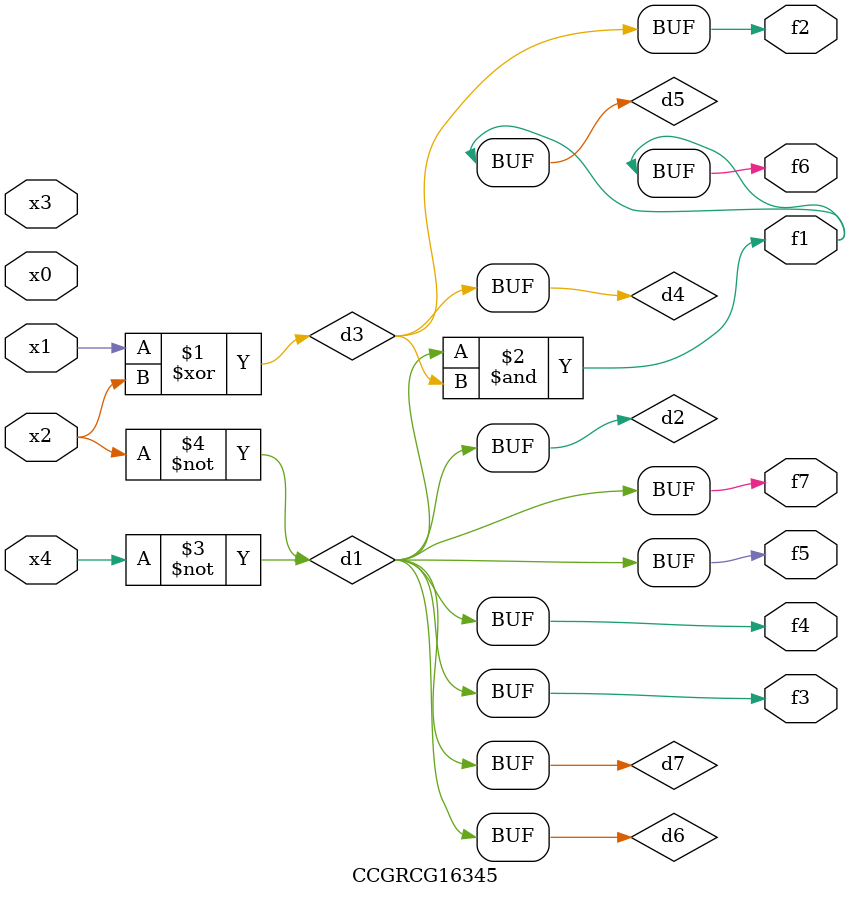
<source format=v>
module CCGRCG16345(
	input x0, x1, x2, x3, x4,
	output f1, f2, f3, f4, f5, f6, f7
);

	wire d1, d2, d3, d4, d5, d6, d7;

	not (d1, x4);
	not (d2, x2);
	xor (d3, x1, x2);
	buf (d4, d3);
	and (d5, d1, d3);
	buf (d6, d1, d2);
	buf (d7, d2);
	assign f1 = d5;
	assign f2 = d4;
	assign f3 = d7;
	assign f4 = d7;
	assign f5 = d7;
	assign f6 = d5;
	assign f7 = d7;
endmodule

</source>
